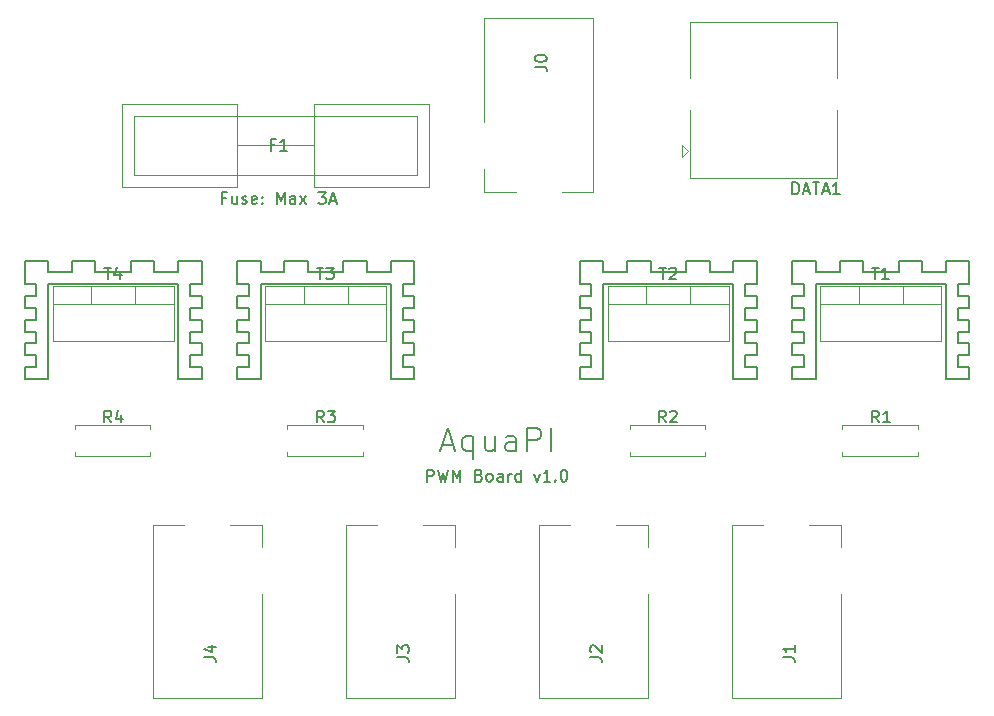
<source format=gbr>
G04 #@! TF.GenerationSoftware,KiCad,Pcbnew,(5.1.5)-3*
G04 #@! TF.CreationDate,2020-06-12T22:16:17+02:00*
G04 #@! TF.ProjectId,pwm,70776d2e-6b69-4636-9164-5f7063625858,rev?*
G04 #@! TF.SameCoordinates,Original*
G04 #@! TF.FileFunction,Legend,Top*
G04 #@! TF.FilePolarity,Positive*
%FSLAX46Y46*%
G04 Gerber Fmt 4.6, Leading zero omitted, Abs format (unit mm)*
G04 Created by KiCad (PCBNEW (5.1.5)-3) date 2020-06-12 22:16:17*
%MOMM*%
%LPD*%
G04 APERTURE LIST*
%ADD10C,0.150000*%
%ADD11C,0.120000*%
G04 APERTURE END LIST*
D10*
X144773809Y-86428571D02*
X144440476Y-86428571D01*
X144440476Y-86952380D02*
X144440476Y-85952380D01*
X144916666Y-85952380D01*
X145726190Y-86285714D02*
X145726190Y-86952380D01*
X145297619Y-86285714D02*
X145297619Y-86809523D01*
X145345238Y-86904761D01*
X145440476Y-86952380D01*
X145583333Y-86952380D01*
X145678571Y-86904761D01*
X145726190Y-86857142D01*
X146154761Y-86904761D02*
X146250000Y-86952380D01*
X146440476Y-86952380D01*
X146535714Y-86904761D01*
X146583333Y-86809523D01*
X146583333Y-86761904D01*
X146535714Y-86666666D01*
X146440476Y-86619047D01*
X146297619Y-86619047D01*
X146202380Y-86571428D01*
X146154761Y-86476190D01*
X146154761Y-86428571D01*
X146202380Y-86333333D01*
X146297619Y-86285714D01*
X146440476Y-86285714D01*
X146535714Y-86333333D01*
X147392857Y-86904761D02*
X147297619Y-86952380D01*
X147107142Y-86952380D01*
X147011904Y-86904761D01*
X146964285Y-86809523D01*
X146964285Y-86428571D01*
X147011904Y-86333333D01*
X147107142Y-86285714D01*
X147297619Y-86285714D01*
X147392857Y-86333333D01*
X147440476Y-86428571D01*
X147440476Y-86523809D01*
X146964285Y-86619047D01*
X147869047Y-86857142D02*
X147916666Y-86904761D01*
X147869047Y-86952380D01*
X147821428Y-86904761D01*
X147869047Y-86857142D01*
X147869047Y-86952380D01*
X147869047Y-86333333D02*
X147916666Y-86380952D01*
X147869047Y-86428571D01*
X147821428Y-86380952D01*
X147869047Y-86333333D01*
X147869047Y-86428571D01*
X149107142Y-86952380D02*
X149107142Y-85952380D01*
X149440476Y-86666666D01*
X149773809Y-85952380D01*
X149773809Y-86952380D01*
X150678571Y-86952380D02*
X150678571Y-86428571D01*
X150630952Y-86333333D01*
X150535714Y-86285714D01*
X150345238Y-86285714D01*
X150250000Y-86333333D01*
X150678571Y-86904761D02*
X150583333Y-86952380D01*
X150345238Y-86952380D01*
X150250000Y-86904761D01*
X150202380Y-86809523D01*
X150202380Y-86714285D01*
X150250000Y-86619047D01*
X150345238Y-86571428D01*
X150583333Y-86571428D01*
X150678571Y-86523809D01*
X151059523Y-86952380D02*
X151583333Y-86285714D01*
X151059523Y-86285714D02*
X151583333Y-86952380D01*
X152630952Y-85952380D02*
X153250000Y-85952380D01*
X152916666Y-86333333D01*
X153059523Y-86333333D01*
X153154761Y-86380952D01*
X153202380Y-86428571D01*
X153250000Y-86523809D01*
X153250000Y-86761904D01*
X153202380Y-86857142D01*
X153154761Y-86904761D01*
X153059523Y-86952380D01*
X152773809Y-86952380D01*
X152678571Y-86904761D01*
X152630952Y-86857142D01*
X153630952Y-86666666D02*
X154107142Y-86666666D01*
X153535714Y-86952380D02*
X153869047Y-85952380D01*
X154202380Y-86952380D01*
X161845238Y-110452380D02*
X161845238Y-109452380D01*
X162226190Y-109452380D01*
X162321428Y-109500000D01*
X162369047Y-109547619D01*
X162416666Y-109642857D01*
X162416666Y-109785714D01*
X162369047Y-109880952D01*
X162321428Y-109928571D01*
X162226190Y-109976190D01*
X161845238Y-109976190D01*
X162750000Y-109452380D02*
X162988095Y-110452380D01*
X163178571Y-109738095D01*
X163369047Y-110452380D01*
X163607142Y-109452380D01*
X163988095Y-110452380D02*
X163988095Y-109452380D01*
X164321428Y-110166666D01*
X164654761Y-109452380D01*
X164654761Y-110452380D01*
X166226190Y-109928571D02*
X166369047Y-109976190D01*
X166416666Y-110023809D01*
X166464285Y-110119047D01*
X166464285Y-110261904D01*
X166416666Y-110357142D01*
X166369047Y-110404761D01*
X166273809Y-110452380D01*
X165892857Y-110452380D01*
X165892857Y-109452380D01*
X166226190Y-109452380D01*
X166321428Y-109500000D01*
X166369047Y-109547619D01*
X166416666Y-109642857D01*
X166416666Y-109738095D01*
X166369047Y-109833333D01*
X166321428Y-109880952D01*
X166226190Y-109928571D01*
X165892857Y-109928571D01*
X167035714Y-110452380D02*
X166940476Y-110404761D01*
X166892857Y-110357142D01*
X166845238Y-110261904D01*
X166845238Y-109976190D01*
X166892857Y-109880952D01*
X166940476Y-109833333D01*
X167035714Y-109785714D01*
X167178571Y-109785714D01*
X167273809Y-109833333D01*
X167321428Y-109880952D01*
X167369047Y-109976190D01*
X167369047Y-110261904D01*
X167321428Y-110357142D01*
X167273809Y-110404761D01*
X167178571Y-110452380D01*
X167035714Y-110452380D01*
X168226190Y-110452380D02*
X168226190Y-109928571D01*
X168178571Y-109833333D01*
X168083333Y-109785714D01*
X167892857Y-109785714D01*
X167797619Y-109833333D01*
X168226190Y-110404761D02*
X168130952Y-110452380D01*
X167892857Y-110452380D01*
X167797619Y-110404761D01*
X167750000Y-110309523D01*
X167750000Y-110214285D01*
X167797619Y-110119047D01*
X167892857Y-110071428D01*
X168130952Y-110071428D01*
X168226190Y-110023809D01*
X168702380Y-110452380D02*
X168702380Y-109785714D01*
X168702380Y-109976190D02*
X168750000Y-109880952D01*
X168797619Y-109833333D01*
X168892857Y-109785714D01*
X168988095Y-109785714D01*
X169750000Y-110452380D02*
X169750000Y-109452380D01*
X169750000Y-110404761D02*
X169654761Y-110452380D01*
X169464285Y-110452380D01*
X169369047Y-110404761D01*
X169321428Y-110357142D01*
X169273809Y-110261904D01*
X169273809Y-109976190D01*
X169321428Y-109880952D01*
X169369047Y-109833333D01*
X169464285Y-109785714D01*
X169654761Y-109785714D01*
X169750000Y-109833333D01*
X170892857Y-109785714D02*
X171130952Y-110452380D01*
X171369047Y-109785714D01*
X172273809Y-110452380D02*
X171702380Y-110452380D01*
X171988095Y-110452380D02*
X171988095Y-109452380D01*
X171892857Y-109595238D01*
X171797619Y-109690476D01*
X171702380Y-109738095D01*
X172702380Y-110357142D02*
X172750000Y-110404761D01*
X172702380Y-110452380D01*
X172654761Y-110404761D01*
X172702380Y-110357142D01*
X172702380Y-110452380D01*
X173369047Y-109452380D02*
X173464285Y-109452380D01*
X173559523Y-109500000D01*
X173607142Y-109547619D01*
X173654761Y-109642857D01*
X173702380Y-109833333D01*
X173702380Y-110071428D01*
X173654761Y-110261904D01*
X173607142Y-110357142D01*
X173559523Y-110404761D01*
X173464285Y-110452380D01*
X173369047Y-110452380D01*
X173273809Y-110404761D01*
X173226190Y-110357142D01*
X173178571Y-110261904D01*
X173130952Y-110071428D01*
X173130952Y-109833333D01*
X173178571Y-109642857D01*
X173226190Y-109547619D01*
X173273809Y-109500000D01*
X173369047Y-109452380D01*
X163083333Y-107333333D02*
X164035714Y-107333333D01*
X162892857Y-107904761D02*
X163559523Y-105904761D01*
X164226190Y-107904761D01*
X165750000Y-106571428D02*
X165750000Y-108571428D01*
X165750000Y-107809523D02*
X165559523Y-107904761D01*
X165178571Y-107904761D01*
X164988095Y-107809523D01*
X164892857Y-107714285D01*
X164797619Y-107523809D01*
X164797619Y-106952380D01*
X164892857Y-106761904D01*
X164988095Y-106666666D01*
X165178571Y-106571428D01*
X165559523Y-106571428D01*
X165750000Y-106666666D01*
X167559523Y-106571428D02*
X167559523Y-107904761D01*
X166702380Y-106571428D02*
X166702380Y-107619047D01*
X166797619Y-107809523D01*
X166988095Y-107904761D01*
X167273809Y-107904761D01*
X167464285Y-107809523D01*
X167559523Y-107714285D01*
X169369047Y-107904761D02*
X169369047Y-106857142D01*
X169273809Y-106666666D01*
X169083333Y-106571428D01*
X168702380Y-106571428D01*
X168511904Y-106666666D01*
X169369047Y-107809523D02*
X169178571Y-107904761D01*
X168702380Y-107904761D01*
X168511904Y-107809523D01*
X168416666Y-107619047D01*
X168416666Y-107428571D01*
X168511904Y-107238095D01*
X168702380Y-107142857D01*
X169178571Y-107142857D01*
X169369047Y-107047619D01*
X170321428Y-107904761D02*
X170321428Y-105904761D01*
X171083333Y-105904761D01*
X171273809Y-106000000D01*
X171369047Y-106095238D01*
X171464285Y-106285714D01*
X171464285Y-106571428D01*
X171369047Y-106761904D01*
X171273809Y-106857142D01*
X171083333Y-106952380D01*
X170321428Y-106952380D01*
X172321428Y-107904761D02*
X172321428Y-105904761D01*
X192750000Y-101750000D02*
X194750000Y-101750000D01*
X192750000Y-100750000D02*
X192750000Y-101750000D01*
X192750000Y-91750000D02*
X192750000Y-93750000D01*
X194750000Y-91750000D02*
X192750000Y-91750000D01*
X198750000Y-91750000D02*
X196750000Y-91750000D01*
X203750000Y-91750000D02*
X201750000Y-91750000D01*
X207750000Y-91750000D02*
X205750000Y-91750000D01*
X207750000Y-93750000D02*
X207750000Y-91750000D01*
X207750000Y-101750000D02*
X207750000Y-100750000D01*
X205750000Y-101750000D02*
X207750000Y-101750000D01*
X205750000Y-93750000D02*
X205750000Y-101750000D01*
X194750000Y-93750000D02*
X205750000Y-93750000D01*
X194750000Y-101750000D02*
X194750000Y-93750000D01*
X201750000Y-92750000D02*
X201750000Y-91750000D01*
X198750000Y-92750000D02*
X201750000Y-92750000D01*
X198750000Y-91750000D02*
X198750000Y-92750000D01*
X203750000Y-92750000D02*
X203750000Y-91750000D01*
X205750000Y-92750000D02*
X203750000Y-92750000D01*
X205750000Y-91750000D02*
X205750000Y-92750000D01*
X196750000Y-92750000D02*
X196750000Y-91750000D01*
X194750000Y-92750000D02*
X196750000Y-92750000D01*
X194750000Y-91750000D02*
X194750000Y-92750000D01*
X206750000Y-93750000D02*
X207750000Y-93750000D01*
X206750000Y-94750000D02*
X206750000Y-93750000D01*
X207750000Y-94750000D02*
X206750000Y-94750000D01*
X207750000Y-95750000D02*
X207750000Y-94750000D01*
X206750000Y-95750000D02*
X207750000Y-95750000D01*
X206750000Y-96750000D02*
X206750000Y-95750000D01*
X207750000Y-96750000D02*
X206750000Y-96750000D01*
X207750000Y-97750000D02*
X207750000Y-96750000D01*
X206750000Y-97750000D02*
X207750000Y-97750000D01*
X206750000Y-98750000D02*
X206750000Y-97750000D01*
X207750000Y-98750000D02*
X206750000Y-98750000D01*
X207750000Y-99750000D02*
X207750000Y-98750000D01*
X206750000Y-99750000D02*
X207750000Y-99750000D01*
X206750000Y-100750000D02*
X206750000Y-99750000D01*
X207750000Y-100750000D02*
X206750000Y-100750000D01*
X193750000Y-93750000D02*
X192750000Y-93750000D01*
X193750000Y-94750000D02*
X193750000Y-93750000D01*
X192750000Y-94750000D02*
X193750000Y-94750000D01*
X192750000Y-95750000D02*
X192750000Y-94750000D01*
X193750000Y-95750000D02*
X192750000Y-95750000D01*
X193750000Y-96750000D02*
X193750000Y-95750000D01*
X192750000Y-96750000D02*
X193750000Y-96750000D01*
X192750000Y-97750000D02*
X192750000Y-96750000D01*
X193750000Y-97750000D02*
X192750000Y-97750000D01*
X193750000Y-98750000D02*
X193750000Y-97750000D01*
X192750000Y-98750000D02*
X193750000Y-98750000D01*
X192750000Y-99750000D02*
X192750000Y-98750000D01*
X193750000Y-99750000D02*
X192750000Y-99750000D01*
X193750000Y-100750000D02*
X193750000Y-99750000D01*
X192750000Y-100750000D02*
X193750000Y-100750000D01*
X174750000Y-101750000D02*
X176750000Y-101750000D01*
X174750000Y-100750000D02*
X174750000Y-101750000D01*
X174750000Y-91750000D02*
X174750000Y-93750000D01*
X176750000Y-91750000D02*
X174750000Y-91750000D01*
X180750000Y-91750000D02*
X178750000Y-91750000D01*
X185750000Y-91750000D02*
X183750000Y-91750000D01*
X189750000Y-91750000D02*
X187750000Y-91750000D01*
X189750000Y-93750000D02*
X189750000Y-91750000D01*
X189750000Y-101750000D02*
X189750000Y-100750000D01*
X187750000Y-101750000D02*
X189750000Y-101750000D01*
X187750000Y-93750000D02*
X187750000Y-101750000D01*
X176750000Y-93750000D02*
X187750000Y-93750000D01*
X176750000Y-101750000D02*
X176750000Y-93750000D01*
X183750000Y-92750000D02*
X183750000Y-91750000D01*
X180750000Y-92750000D02*
X183750000Y-92750000D01*
X180750000Y-91750000D02*
X180750000Y-92750000D01*
X185750000Y-92750000D02*
X185750000Y-91750000D01*
X187750000Y-92750000D02*
X185750000Y-92750000D01*
X187750000Y-91750000D02*
X187750000Y-92750000D01*
X178750000Y-92750000D02*
X178750000Y-91750000D01*
X176750000Y-92750000D02*
X178750000Y-92750000D01*
X176750000Y-91750000D02*
X176750000Y-92750000D01*
X188750000Y-93750000D02*
X189750000Y-93750000D01*
X188750000Y-94750000D02*
X188750000Y-93750000D01*
X189750000Y-94750000D02*
X188750000Y-94750000D01*
X189750000Y-95750000D02*
X189750000Y-94750000D01*
X188750000Y-95750000D02*
X189750000Y-95750000D01*
X188750000Y-96750000D02*
X188750000Y-95750000D01*
X189750000Y-96750000D02*
X188750000Y-96750000D01*
X189750000Y-97750000D02*
X189750000Y-96750000D01*
X188750000Y-97750000D02*
X189750000Y-97750000D01*
X188750000Y-98750000D02*
X188750000Y-97750000D01*
X189750000Y-98750000D02*
X188750000Y-98750000D01*
X189750000Y-99750000D02*
X189750000Y-98750000D01*
X188750000Y-99750000D02*
X189750000Y-99750000D01*
X188750000Y-100750000D02*
X188750000Y-99750000D01*
X189750000Y-100750000D02*
X188750000Y-100750000D01*
X175750000Y-93750000D02*
X174750000Y-93750000D01*
X175750000Y-94750000D02*
X175750000Y-93750000D01*
X174750000Y-94750000D02*
X175750000Y-94750000D01*
X174750000Y-95750000D02*
X174750000Y-94750000D01*
X175750000Y-95750000D02*
X174750000Y-95750000D01*
X175750000Y-96750000D02*
X175750000Y-95750000D01*
X174750000Y-96750000D02*
X175750000Y-96750000D01*
X174750000Y-97750000D02*
X174750000Y-96750000D01*
X175750000Y-97750000D02*
X174750000Y-97750000D01*
X175750000Y-98750000D02*
X175750000Y-97750000D01*
X174750000Y-98750000D02*
X175750000Y-98750000D01*
X174750000Y-99750000D02*
X174750000Y-98750000D01*
X175750000Y-99750000D02*
X174750000Y-99750000D01*
X175750000Y-100750000D02*
X175750000Y-99750000D01*
X174750000Y-100750000D02*
X175750000Y-100750000D01*
X145750000Y-101750000D02*
X147750000Y-101750000D01*
X145750000Y-100750000D02*
X145750000Y-101750000D01*
X145750000Y-91750000D02*
X145750000Y-93750000D01*
X147750000Y-91750000D02*
X145750000Y-91750000D01*
X151750000Y-91750000D02*
X149750000Y-91750000D01*
X156750000Y-91750000D02*
X154750000Y-91750000D01*
X160750000Y-91750000D02*
X158750000Y-91750000D01*
X160750000Y-93750000D02*
X160750000Y-91750000D01*
X160750000Y-101750000D02*
X160750000Y-100750000D01*
X158750000Y-101750000D02*
X160750000Y-101750000D01*
X158750000Y-93750000D02*
X158750000Y-101750000D01*
X147750000Y-93750000D02*
X158750000Y-93750000D01*
X147750000Y-101750000D02*
X147750000Y-93750000D01*
X154750000Y-92750000D02*
X154750000Y-91750000D01*
X151750000Y-92750000D02*
X154750000Y-92750000D01*
X151750000Y-91750000D02*
X151750000Y-92750000D01*
X156750000Y-92750000D02*
X156750000Y-91750000D01*
X158750000Y-92750000D02*
X156750000Y-92750000D01*
X158750000Y-91750000D02*
X158750000Y-92750000D01*
X149750000Y-92750000D02*
X149750000Y-91750000D01*
X147750000Y-92750000D02*
X149750000Y-92750000D01*
X147750000Y-91750000D02*
X147750000Y-92750000D01*
X159750000Y-93750000D02*
X160750000Y-93750000D01*
X159750000Y-94750000D02*
X159750000Y-93750000D01*
X160750000Y-94750000D02*
X159750000Y-94750000D01*
X160750000Y-95750000D02*
X160750000Y-94750000D01*
X159750000Y-95750000D02*
X160750000Y-95750000D01*
X159750000Y-96750000D02*
X159750000Y-95750000D01*
X160750000Y-96750000D02*
X159750000Y-96750000D01*
X160750000Y-97750000D02*
X160750000Y-96750000D01*
X159750000Y-97750000D02*
X160750000Y-97750000D01*
X159750000Y-98750000D02*
X159750000Y-97750000D01*
X160750000Y-98750000D02*
X159750000Y-98750000D01*
X160750000Y-99750000D02*
X160750000Y-98750000D01*
X159750000Y-99750000D02*
X160750000Y-99750000D01*
X159750000Y-100750000D02*
X159750000Y-99750000D01*
X160750000Y-100750000D02*
X159750000Y-100750000D01*
X146750000Y-93750000D02*
X145750000Y-93750000D01*
X146750000Y-94750000D02*
X146750000Y-93750000D01*
X145750000Y-94750000D02*
X146750000Y-94750000D01*
X145750000Y-95750000D02*
X145750000Y-94750000D01*
X146750000Y-95750000D02*
X145750000Y-95750000D01*
X146750000Y-96750000D02*
X146750000Y-95750000D01*
X145750000Y-96750000D02*
X146750000Y-96750000D01*
X145750000Y-97750000D02*
X145750000Y-96750000D01*
X146750000Y-97750000D02*
X145750000Y-97750000D01*
X146750000Y-98750000D02*
X146750000Y-97750000D01*
X145750000Y-98750000D02*
X146750000Y-98750000D01*
X145750000Y-99750000D02*
X145750000Y-98750000D01*
X146750000Y-99750000D02*
X145750000Y-99750000D01*
X146750000Y-100750000D02*
X146750000Y-99750000D01*
X145750000Y-100750000D02*
X146750000Y-100750000D01*
X127750000Y-101750000D02*
X129750000Y-101750000D01*
X127750000Y-100750000D02*
X127750000Y-101750000D01*
X127750000Y-91750000D02*
X127750000Y-93750000D01*
X129750000Y-91750000D02*
X127750000Y-91750000D01*
X133750000Y-91750000D02*
X131750000Y-91750000D01*
X138750000Y-91750000D02*
X136750000Y-91750000D01*
X142750000Y-91750000D02*
X140750000Y-91750000D01*
X142750000Y-93750000D02*
X142750000Y-91750000D01*
X142750000Y-101750000D02*
X142750000Y-100750000D01*
X140750000Y-101750000D02*
X142750000Y-101750000D01*
X140750000Y-93750000D02*
X140750000Y-101750000D01*
X129750000Y-93750000D02*
X140750000Y-93750000D01*
X129750000Y-101750000D02*
X129750000Y-93750000D01*
X136750000Y-92750000D02*
X136750000Y-91750000D01*
X133750000Y-92750000D02*
X136750000Y-92750000D01*
X133750000Y-91750000D02*
X133750000Y-92750000D01*
X138750000Y-92750000D02*
X138750000Y-91750000D01*
X140750000Y-92750000D02*
X138750000Y-92750000D01*
X140750000Y-91750000D02*
X140750000Y-92750000D01*
X131750000Y-92750000D02*
X131750000Y-91750000D01*
X129750000Y-92750000D02*
X131750000Y-92750000D01*
X129750000Y-91750000D02*
X129750000Y-92750000D01*
X141750000Y-93750000D02*
X142750000Y-93750000D01*
X141750000Y-94750000D02*
X141750000Y-93750000D01*
X142750000Y-94750000D02*
X141750000Y-94750000D01*
X142750000Y-95750000D02*
X142750000Y-94750000D01*
X141750000Y-95750000D02*
X142750000Y-95750000D01*
X141750000Y-96750000D02*
X141750000Y-95750000D01*
X142750000Y-96750000D02*
X141750000Y-96750000D01*
X142750000Y-97750000D02*
X142750000Y-96750000D01*
X141750000Y-97750000D02*
X142750000Y-97750000D01*
X141750000Y-98750000D02*
X141750000Y-97750000D01*
X142750000Y-98750000D02*
X141750000Y-98750000D01*
X142750000Y-99750000D02*
X142750000Y-98750000D01*
X141750000Y-99750000D02*
X142750000Y-99750000D01*
X141750000Y-100750000D02*
X141750000Y-99750000D01*
X142750000Y-100750000D02*
X141750000Y-100750000D01*
X128750000Y-93750000D02*
X127750000Y-93750000D01*
X128750000Y-94750000D02*
X128750000Y-93750000D01*
X127750000Y-94750000D02*
X128750000Y-94750000D01*
X127750000Y-95750000D02*
X127750000Y-94750000D01*
X128750000Y-95750000D02*
X127750000Y-95750000D01*
X128750000Y-96750000D02*
X128750000Y-95750000D01*
X127750000Y-96750000D02*
X128750000Y-96750000D01*
X127750000Y-97750000D02*
X127750000Y-96750000D01*
X128750000Y-97750000D02*
X127750000Y-97750000D01*
X128750000Y-98750000D02*
X128750000Y-97750000D01*
X127750000Y-98750000D02*
X128750000Y-98750000D01*
X127750000Y-99750000D02*
X127750000Y-98750000D01*
X128750000Y-99750000D02*
X127750000Y-99750000D01*
X128750000Y-100750000D02*
X128750000Y-99750000D01*
X127750000Y-100750000D02*
X128750000Y-100750000D01*
D11*
X148130000Y-93880000D02*
X158370000Y-93880000D01*
X148130000Y-98521000D02*
X158370000Y-98521000D01*
X148130000Y-93880000D02*
X148130000Y-98521000D01*
X158370000Y-93880000D02*
X158370000Y-98521000D01*
X148130000Y-95390000D02*
X158370000Y-95390000D01*
X151400000Y-93880000D02*
X151400000Y-95390000D01*
X155101000Y-93880000D02*
X155101000Y-95390000D01*
X177130000Y-93880000D02*
X187370000Y-93880000D01*
X177130000Y-98521000D02*
X187370000Y-98521000D01*
X177130000Y-93880000D02*
X177130000Y-98521000D01*
X187370000Y-93880000D02*
X187370000Y-98521000D01*
X177130000Y-95390000D02*
X187370000Y-95390000D01*
X180400000Y-93880000D02*
X180400000Y-95390000D01*
X184101000Y-93880000D02*
X184101000Y-95390000D01*
X195130000Y-93880000D02*
X205370000Y-93880000D01*
X195130000Y-98521000D02*
X205370000Y-98521000D01*
X195130000Y-93880000D02*
X195130000Y-98521000D01*
X205370000Y-93880000D02*
X205370000Y-98521000D01*
X195130000Y-95390000D02*
X205370000Y-95390000D01*
X198400000Y-93880000D02*
X198400000Y-95390000D01*
X202101000Y-93880000D02*
X202101000Y-95390000D01*
X130130000Y-93880000D02*
X140370000Y-93880000D01*
X130130000Y-98521000D02*
X140370000Y-98521000D01*
X130130000Y-93880000D02*
X130130000Y-98521000D01*
X140370000Y-93880000D02*
X140370000Y-98521000D01*
X130130000Y-95390000D02*
X140370000Y-95390000D01*
X133400000Y-93880000D02*
X133400000Y-95390000D01*
X137101000Y-93880000D02*
X137101000Y-95390000D01*
X183430000Y-83000000D02*
X183430000Y-82000000D01*
X183430000Y-83000000D02*
X183930000Y-82500000D01*
X183930000Y-82500000D02*
X183430000Y-82000000D01*
X184090000Y-76280000D02*
X184090000Y-71550000D01*
X196510000Y-76280000D02*
X196510000Y-71550000D01*
X196510000Y-84770000D02*
X184090000Y-84770000D01*
X196510000Y-71550000D02*
X184090000Y-71550000D01*
X184090000Y-84770000D02*
X184090000Y-79030000D01*
X196510000Y-84770000D02*
X196510000Y-79030000D01*
X152250000Y-82000000D02*
X145750000Y-82000000D01*
X152250000Y-78500000D02*
X152250000Y-85500000D01*
X161000000Y-85500000D02*
X152250000Y-85500000D01*
X161000000Y-78500000D02*
X152250000Y-78500000D01*
X138250000Y-84500000D02*
X137000000Y-84500000D01*
X138500000Y-79500000D02*
X137000000Y-79500000D01*
X150500000Y-84500000D02*
X138250000Y-84500000D01*
X150250000Y-79500000D02*
X138500000Y-79500000D01*
X161000000Y-84500000D02*
X150500000Y-84500000D01*
X161000000Y-79500000D02*
X150250000Y-79500000D01*
X161000000Y-79500000D02*
X161000000Y-84500000D01*
X162000000Y-78500000D02*
X161000000Y-78500000D01*
X162000000Y-78500000D02*
X162000000Y-85500000D01*
X162000000Y-85500000D02*
X161000000Y-85500000D01*
X137000000Y-79500000D02*
X137000000Y-84500000D01*
X145750000Y-78500000D02*
X136000000Y-78500000D01*
X136000000Y-78500000D02*
X136000000Y-85500000D01*
X145750000Y-85500000D02*
X136000000Y-85500000D01*
X145750000Y-78500000D02*
X145750000Y-85500000D01*
X180516666Y-120000000D02*
X180516666Y-128800000D01*
X180516666Y-128800000D02*
X171316666Y-128800000D01*
X177816666Y-114100000D02*
X180516666Y-114100000D01*
X180516666Y-114100000D02*
X180516666Y-116000000D01*
X171316666Y-128800000D02*
X171316666Y-114100000D01*
X171316666Y-114100000D02*
X173916666Y-114100000D01*
X147850000Y-120000000D02*
X147850000Y-128800000D01*
X147850000Y-128800000D02*
X138650000Y-128800000D01*
X145150000Y-114100000D02*
X147850000Y-114100000D01*
X147850000Y-114100000D02*
X147850000Y-116000000D01*
X138650000Y-128800000D02*
X138650000Y-114100000D01*
X138650000Y-114100000D02*
X141250000Y-114100000D01*
X138400000Y-107980000D02*
X138400000Y-108310000D01*
X138400000Y-108310000D02*
X131980000Y-108310000D01*
X131980000Y-108310000D02*
X131980000Y-107980000D01*
X138400000Y-106020000D02*
X138400000Y-105690000D01*
X138400000Y-105690000D02*
X131980000Y-105690000D01*
X131980000Y-105690000D02*
X131980000Y-106020000D01*
X156400000Y-107980000D02*
X156400000Y-108310000D01*
X156400000Y-108310000D02*
X149980000Y-108310000D01*
X149980000Y-108310000D02*
X149980000Y-107980000D01*
X156400000Y-106020000D02*
X156400000Y-105690000D01*
X156400000Y-105690000D02*
X149980000Y-105690000D01*
X149980000Y-105690000D02*
X149980000Y-106020000D01*
X185400000Y-107980000D02*
X185400000Y-108310000D01*
X185400000Y-108310000D02*
X178980000Y-108310000D01*
X178980000Y-108310000D02*
X178980000Y-107980000D01*
X185400000Y-106020000D02*
X185400000Y-105690000D01*
X185400000Y-105690000D02*
X178980000Y-105690000D01*
X178980000Y-105690000D02*
X178980000Y-106020000D01*
X203400000Y-107980000D02*
X203400000Y-108310000D01*
X203400000Y-108310000D02*
X196980000Y-108310000D01*
X196980000Y-108310000D02*
X196980000Y-107980000D01*
X203400000Y-106020000D02*
X203400000Y-105690000D01*
X203400000Y-105690000D02*
X196980000Y-105690000D01*
X196980000Y-105690000D02*
X196980000Y-106020000D01*
X166650000Y-80000000D02*
X166650000Y-71200000D01*
X166650000Y-71200000D02*
X175850000Y-71200000D01*
X169350000Y-85900000D02*
X166650000Y-85900000D01*
X166650000Y-85900000D02*
X166650000Y-84000000D01*
X175850000Y-71200000D02*
X175850000Y-85900000D01*
X175850000Y-85900000D02*
X173250000Y-85900000D01*
X164183333Y-120000000D02*
X164183333Y-128800000D01*
X164183333Y-128800000D02*
X154983333Y-128800000D01*
X161483333Y-114100000D02*
X164183333Y-114100000D01*
X164183333Y-114100000D02*
X164183333Y-116000000D01*
X154983333Y-128800000D02*
X154983333Y-114100000D01*
X154983333Y-114100000D02*
X157583333Y-114100000D01*
X196850000Y-120000000D02*
X196850000Y-128800000D01*
X196850000Y-128800000D02*
X187650000Y-128800000D01*
X194150000Y-114100000D02*
X196850000Y-114100000D01*
X196850000Y-114100000D02*
X196850000Y-116000000D01*
X187650000Y-128800000D02*
X187650000Y-114100000D01*
X187650000Y-114100000D02*
X190250000Y-114100000D01*
D10*
X152488095Y-92332380D02*
X153059523Y-92332380D01*
X152773809Y-93332380D02*
X152773809Y-92332380D01*
X153297619Y-92332380D02*
X153916666Y-92332380D01*
X153583333Y-92713333D01*
X153726190Y-92713333D01*
X153821428Y-92760952D01*
X153869047Y-92808571D01*
X153916666Y-92903809D01*
X153916666Y-93141904D01*
X153869047Y-93237142D01*
X153821428Y-93284761D01*
X153726190Y-93332380D01*
X153440476Y-93332380D01*
X153345238Y-93284761D01*
X153297619Y-93237142D01*
X181488095Y-92332380D02*
X182059523Y-92332380D01*
X181773809Y-93332380D02*
X181773809Y-92332380D01*
X182345238Y-92427619D02*
X182392857Y-92380000D01*
X182488095Y-92332380D01*
X182726190Y-92332380D01*
X182821428Y-92380000D01*
X182869047Y-92427619D01*
X182916666Y-92522857D01*
X182916666Y-92618095D01*
X182869047Y-92760952D01*
X182297619Y-93332380D01*
X182916666Y-93332380D01*
X199488095Y-92332380D02*
X200059523Y-92332380D01*
X199773809Y-93332380D02*
X199773809Y-92332380D01*
X200916666Y-93332380D02*
X200345238Y-93332380D01*
X200630952Y-93332380D02*
X200630952Y-92332380D01*
X200535714Y-92475238D01*
X200440476Y-92570476D01*
X200345238Y-92618095D01*
X134488095Y-92332380D02*
X135059523Y-92332380D01*
X134773809Y-93332380D02*
X134773809Y-92332380D01*
X135821428Y-92665714D02*
X135821428Y-93332380D01*
X135583333Y-92284761D02*
X135345238Y-92999047D01*
X135964285Y-92999047D01*
X192758809Y-86127380D02*
X192758809Y-85127380D01*
X192996904Y-85127380D01*
X193139761Y-85175000D01*
X193235000Y-85270238D01*
X193282619Y-85365476D01*
X193330238Y-85555952D01*
X193330238Y-85698809D01*
X193282619Y-85889285D01*
X193235000Y-85984523D01*
X193139761Y-86079761D01*
X192996904Y-86127380D01*
X192758809Y-86127380D01*
X193711190Y-85841666D02*
X194187380Y-85841666D01*
X193615952Y-86127380D02*
X193949285Y-85127380D01*
X194282619Y-86127380D01*
X194473095Y-85127380D02*
X195044523Y-85127380D01*
X194758809Y-86127380D02*
X194758809Y-85127380D01*
X195330238Y-85841666D02*
X195806428Y-85841666D01*
X195235000Y-86127380D02*
X195568333Y-85127380D01*
X195901666Y-86127380D01*
X196758809Y-86127380D02*
X196187380Y-86127380D01*
X196473095Y-86127380D02*
X196473095Y-85127380D01*
X196377857Y-85270238D01*
X196282619Y-85365476D01*
X196187380Y-85413095D01*
X148916666Y-81928571D02*
X148583333Y-81928571D01*
X148583333Y-82452380D02*
X148583333Y-81452380D01*
X149059523Y-81452380D01*
X149964285Y-82452380D02*
X149392857Y-82452380D01*
X149678571Y-82452380D02*
X149678571Y-81452380D01*
X149583333Y-81595238D01*
X149488095Y-81690476D01*
X149392857Y-81738095D01*
X175619046Y-125333333D02*
X176333332Y-125333333D01*
X176476189Y-125380952D01*
X176571427Y-125476190D01*
X176619046Y-125619047D01*
X176619046Y-125714285D01*
X175714285Y-124904761D02*
X175666666Y-124857142D01*
X175619046Y-124761904D01*
X175619046Y-124523809D01*
X175666666Y-124428571D01*
X175714285Y-124380952D01*
X175809523Y-124333333D01*
X175904761Y-124333333D01*
X176047618Y-124380952D01*
X176619046Y-124952380D01*
X176619046Y-124333333D01*
X142952380Y-125333333D02*
X143666666Y-125333333D01*
X143809523Y-125380952D01*
X143904761Y-125476190D01*
X143952380Y-125619047D01*
X143952380Y-125714285D01*
X143285714Y-124428571D02*
X143952380Y-124428571D01*
X142904761Y-124666666D02*
X143619047Y-124904761D01*
X143619047Y-124285714D01*
X135083333Y-105452380D02*
X134750000Y-104976190D01*
X134511904Y-105452380D02*
X134511904Y-104452380D01*
X134892857Y-104452380D01*
X134988095Y-104500000D01*
X135035714Y-104547619D01*
X135083333Y-104642857D01*
X135083333Y-104785714D01*
X135035714Y-104880952D01*
X134988095Y-104928571D01*
X134892857Y-104976190D01*
X134511904Y-104976190D01*
X135940476Y-104785714D02*
X135940476Y-105452380D01*
X135702380Y-104404761D02*
X135464285Y-105119047D01*
X136083333Y-105119047D01*
X153083333Y-105452380D02*
X152750000Y-104976190D01*
X152511904Y-105452380D02*
X152511904Y-104452380D01*
X152892857Y-104452380D01*
X152988095Y-104500000D01*
X153035714Y-104547619D01*
X153083333Y-104642857D01*
X153083333Y-104785714D01*
X153035714Y-104880952D01*
X152988095Y-104928571D01*
X152892857Y-104976190D01*
X152511904Y-104976190D01*
X153416666Y-104452380D02*
X154035714Y-104452380D01*
X153702380Y-104833333D01*
X153845238Y-104833333D01*
X153940476Y-104880952D01*
X153988095Y-104928571D01*
X154035714Y-105023809D01*
X154035714Y-105261904D01*
X153988095Y-105357142D01*
X153940476Y-105404761D01*
X153845238Y-105452380D01*
X153559523Y-105452380D01*
X153464285Y-105404761D01*
X153416666Y-105357142D01*
X182023333Y-105452380D02*
X181690000Y-104976190D01*
X181451904Y-105452380D02*
X181451904Y-104452380D01*
X181832857Y-104452380D01*
X181928095Y-104500000D01*
X181975714Y-104547619D01*
X182023333Y-104642857D01*
X182023333Y-104785714D01*
X181975714Y-104880952D01*
X181928095Y-104928571D01*
X181832857Y-104976190D01*
X181451904Y-104976190D01*
X182404285Y-104547619D02*
X182451904Y-104500000D01*
X182547142Y-104452380D01*
X182785238Y-104452380D01*
X182880476Y-104500000D01*
X182928095Y-104547619D01*
X182975714Y-104642857D01*
X182975714Y-104738095D01*
X182928095Y-104880952D01*
X182356666Y-105452380D01*
X182975714Y-105452380D01*
X200083333Y-105452380D02*
X199750000Y-104976190D01*
X199511904Y-105452380D02*
X199511904Y-104452380D01*
X199892857Y-104452380D01*
X199988095Y-104500000D01*
X200035714Y-104547619D01*
X200083333Y-104642857D01*
X200083333Y-104785714D01*
X200035714Y-104880952D01*
X199988095Y-104928571D01*
X199892857Y-104976190D01*
X199511904Y-104976190D01*
X201035714Y-105452380D02*
X200464285Y-105452380D01*
X200750000Y-105452380D02*
X200750000Y-104452380D01*
X200654761Y-104595238D01*
X200559523Y-104690476D01*
X200464285Y-104738095D01*
X170952380Y-75333333D02*
X171666666Y-75333333D01*
X171809523Y-75380952D01*
X171904761Y-75476190D01*
X171952380Y-75619047D01*
X171952380Y-75714285D01*
X170952380Y-74666666D02*
X170952380Y-74571428D01*
X171000000Y-74476190D01*
X171047619Y-74428571D01*
X171142857Y-74380952D01*
X171333333Y-74333333D01*
X171571428Y-74333333D01*
X171761904Y-74380952D01*
X171857142Y-74428571D01*
X171904761Y-74476190D01*
X171952380Y-74571428D01*
X171952380Y-74666666D01*
X171904761Y-74761904D01*
X171857142Y-74809523D01*
X171761904Y-74857142D01*
X171571428Y-74904761D01*
X171333333Y-74904761D01*
X171142857Y-74857142D01*
X171047619Y-74809523D01*
X171000000Y-74761904D01*
X170952380Y-74666666D01*
X159285713Y-125333333D02*
X159999999Y-125333333D01*
X160142856Y-125380952D01*
X160238094Y-125476190D01*
X160285713Y-125619047D01*
X160285713Y-125714285D01*
X159285713Y-124952380D02*
X159285713Y-124333333D01*
X159666666Y-124666666D01*
X159666666Y-124523809D01*
X159714285Y-124428571D01*
X159761904Y-124380952D01*
X159857142Y-124333333D01*
X160095237Y-124333333D01*
X160190475Y-124380952D01*
X160238094Y-124428571D01*
X160285713Y-124523809D01*
X160285713Y-124809523D01*
X160238094Y-124904761D01*
X160190475Y-124952380D01*
X191952380Y-125333333D02*
X192666666Y-125333333D01*
X192809523Y-125380952D01*
X192904761Y-125476190D01*
X192952380Y-125619047D01*
X192952380Y-125714285D01*
X192952380Y-124333333D02*
X192952380Y-124904761D01*
X192952380Y-124619047D02*
X191952380Y-124619047D01*
X192095238Y-124714285D01*
X192190476Y-124809523D01*
X192238095Y-124904761D01*
M02*

</source>
